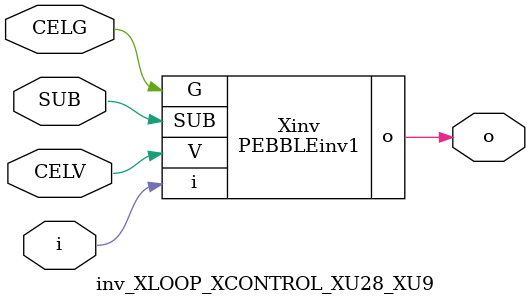
<source format=v>



module PEBBLEinv1 ( o, G, SUB, V, i );

  input V;
  input i;
  input G;
  output o;
  input SUB;
endmodule

//Celera Confidential Do Not Copy inv_XLOOP_XCONTROL_XU28_XU9
//Celera Confidential Symbol Generator
//5V Inverter
module inv_XLOOP_XCONTROL_XU28_XU9 (CELV,CELG,i,o,SUB);
input CELV;
input CELG;
input i;
input SUB;
output o;

//Celera Confidential Do Not Copy inv
PEBBLEinv1 Xinv(
.V (CELV),
.i (i),
.o (o),
.SUB (SUB),
.G (CELG)
);
//,diesize,PEBBLEinv1

//Celera Confidential Do Not Copy Module End
//Celera Schematic Generator
endmodule

</source>
